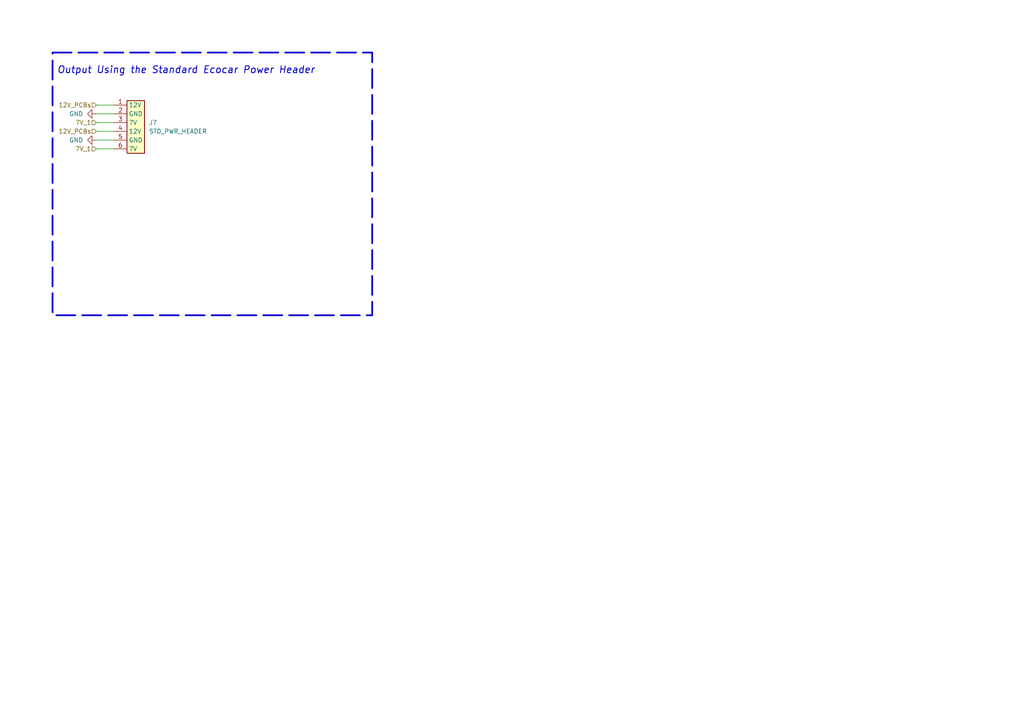
<source format=kicad_sch>
(kicad_sch (version 20231120) (generator "eeschema") (generator_version "8.0")
  (paper "A4")
  (lib_symbols
    (symbol "STD_PWR_HEADER_1"
      (property "Reference" "J1" (at 7.62 1.27 0))
      (property "Value" "STD_PWR_HEADER" (at 7.62 -1.27 0))
      (symbol "STD_PWR_HEADER_1_1_1"
        (rectangle (start 1.27 7.62) (end 6.35 -7.62) (stroke (width 0.254)) (fill (type background)))
        (pin passive line (at -2.54 6.35 0) (length 3.81) (name "12V") (number "1"))
        (pin passive line (at -2.54 3.81 0) (length 3.81) (name "GND") (number "2"))
        (pin passive line (at -2.54 1.27 0) (length 3.81) (name "7V") (number "3"))
        (pin passive line (at -2.54 -1.27 0) (length 3.81) (name "12V") (number "4"))
        (pin passive line (at -2.54 -3.81 0) (length 3.81) (name "GND") (number "5"))
        (pin passive line (at -2.54 -6.35 0) (length 3.81) (name "7V") (number "6"))
      )
    )
    (symbol "power:GND" (power) (pin_names (offset 0))
      (property "Value" "GND" (at 0 -3.81 0))
      (symbol "GND_0_1"
        (polyline (pts (xy 0 0) (xy 0 -1.27) (xy 1.27 -1.27) (xy 0 -2.54) (xy -1.27 -1.27) (xy 0 -1.27)))
      )
      (symbol "GND_1_1"
        (pin power_in line (at 0 0 270) (length 0) hide (name "GND") (number "1"))
      )
    )
  )
  (wire (pts (xy 27.94 33.02) (xy 33.02 33.02)))
  (wire (pts (xy 27.94 38.1) (xy 33.02 38.1)))
  (wire (pts (xy 27.94 43.18) (xy 33.02 43.18)))
  (wire (pts (xy 27.94 35.56) (xy 33.02 35.56)))
  (wire (pts (xy 27.94 40.64) (xy 33.02 40.64)))
  (wire (pts (xy 27.94 30.48) (xy 33.02 30.48)))
  (rectangle (start 15.24 15.24) (end 107.95 91.44) (stroke (width 0.5) (type dash)))
  (text "Output Using the Standard Ecocar Power Header" (at 16.51 21.59 0) (effects (font (size 2 2) (thickness 0.254) (bold yes) (italic yes)) (justify left bottom)))
  (hierarchical_label "12V_PCBs" (shape input) (at 27.94 38.1 180))
  (hierarchical_label "7V_1" (shape input) (at 27.94 35.56 180))
  (hierarchical_label "7V_1" (shape input) (at 27.94 43.18 180))
  (hierarchical_label "12V_PCBs" (shape input) (at 27.94 30.48 180))
  (symbol (lib_id "power:GND") (at 27.94 40.64 270) (unit 1)
    (property "Reference" "#PWR068" (effects (hide yes)))
    (property "Value" "GND" (at 24.13 40.64 90) (effects (justify right)))
  )
  (symbol (lib_name "STD_PWR_HEADER_1") (lib_id "BattPart:STD_PWR_HEADER") (at 35.56 36.83 0) (unit 1)
    (property "Reference" "J7" (at 43.18 35.56 0) (effects (justify left)))
    (property "Value" "STD_PWR_HEADER" (at 43.18 38.1 0) (effects (justify left)))
    (property "Footprint" "ecocad_lib_footprints:CON_430450612_MOL" (effects (hide yes)))
  )
  (symbol (lib_id "power:GND") (at 27.94 33.02 270) (unit 1)
    (property "Reference" "#PWR067" (effects (hide yes)))
    (property "Value" "GND" (at 24.13 33.02 90) (effects (justify right)))
  )
)
</source>
